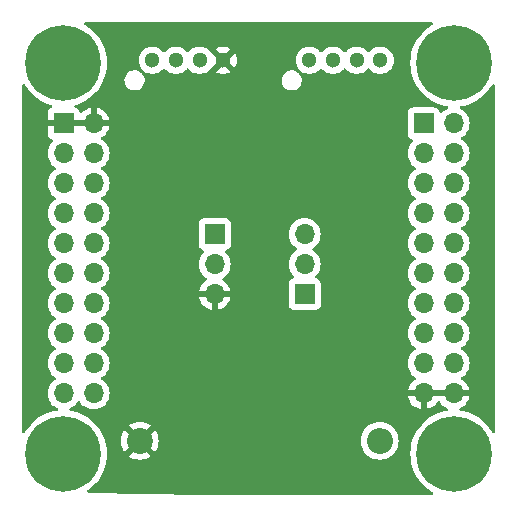
<source format=gbr>
%TF.GenerationSoftware,KiCad,Pcbnew,7.0.9*%
%TF.CreationDate,2023-12-29T11:45:24+09:00*%
%TF.ProjectId,CAT4238_Unit,43415434-3233-4385-9f55-6e69742e6b69,rev?*%
%TF.SameCoordinates,Original*%
%TF.FileFunction,Copper,L3,Inr*%
%TF.FilePolarity,Positive*%
%FSLAX46Y46*%
G04 Gerber Fmt 4.6, Leading zero omitted, Abs format (unit mm)*
G04 Created by KiCad (PCBNEW 7.0.9) date 2023-12-29 11:45:24*
%MOMM*%
%LPD*%
G01*
G04 APERTURE LIST*
%TA.AperFunction,ComponentPad*%
%ADD10R,1.700000X1.700000*%
%TD*%
%TA.AperFunction,ComponentPad*%
%ADD11O,1.700000X1.700000*%
%TD*%
%TA.AperFunction,ComponentPad*%
%ADD12C,0.800000*%
%TD*%
%TA.AperFunction,ComponentPad*%
%ADD13C,6.400000*%
%TD*%
%TA.AperFunction,ComponentPad*%
%ADD14C,2.200000*%
%TD*%
%TA.AperFunction,ComponentPad*%
%ADD15O,2.200000X2.200000*%
%TD*%
%TA.AperFunction,ComponentPad*%
%ADD16C,1.300000*%
%TD*%
G04 APERTURE END LIST*
D10*
%TO.N,+5V*%
%TO.C,J5*%
X135890000Y-81240000D03*
D11*
X138430000Y-81240000D03*
%TO.N,/EN*%
X135890000Y-83780000D03*
%TO.N,/IO34*%
X138430000Y-83780000D03*
%TO.N,/IO32*%
X135890000Y-86320000D03*
%TO.N,/IO35*%
X138430000Y-86320000D03*
%TO.N,/IO25*%
X135890000Y-88860000D03*
%TO.N,/IO33*%
X138430000Y-88860000D03*
%TO.N,/IO27*%
X135890000Y-91400000D03*
%TO.N,/IO26*%
X138430000Y-91400000D03*
%TO.N,/IO12*%
X135890000Y-93940000D03*
%TO.N,/IO14*%
X138430000Y-93940000D03*
%TO.N,unconnected-(J5-Pin_13-Pad13)*%
X135890000Y-96480000D03*
%TO.N,unconnected-(J5-Pin_14-Pad14)*%
X138430000Y-96480000D03*
%TO.N,unconnected-(J5-Pin_15-Pad15)*%
X135890000Y-99020000D03*
%TO.N,unconnected-(J5-Pin_16-Pad16)*%
X138430000Y-99020000D03*
%TO.N,GND*%
X135890000Y-101560000D03*
X138430000Y-101560000D03*
%TO.N,+3V3*%
X135890000Y-104100000D03*
X138430000Y-104100000D03*
%TD*%
D12*
%TO.N,N/C*%
%TO.C,H2*%
X133450000Y-109220000D03*
X134152944Y-107522944D03*
X134152944Y-110917056D03*
X135850000Y-106820000D03*
D13*
X135850000Y-109220000D03*
D12*
X135850000Y-111620000D03*
X137547056Y-107522944D03*
X137547056Y-110917056D03*
X138250000Y-109220000D03*
%TD*%
D14*
%TO.N,+5V*%
%TO.C,L1*%
X142340000Y-108100000D03*
D15*
%TO.N,Net-(IC1-SW)*%
X162660000Y-108100000D03*
%TD*%
D12*
%TO.N,N/C*%
%TO.C,H1*%
X133450000Y-76120000D03*
X134152944Y-74422944D03*
X134152944Y-77817056D03*
X135850000Y-73720000D03*
D13*
X135850000Y-76120000D03*
D12*
X135850000Y-78520000D03*
X137547056Y-74422944D03*
X137547056Y-77817056D03*
X138250000Y-76120000D03*
%TD*%
D10*
%TO.N,+3V3*%
%TO.C,J6*%
X166370000Y-81240000D03*
D11*
X168910000Y-81240000D03*
%TO.N,GND*%
X166370000Y-83780000D03*
X168910000Y-83780000D03*
%TO.N,/TXD0*%
X166370000Y-86320000D03*
%TO.N,/IO22*%
X168910000Y-86320000D03*
%TO.N,/IO21*%
X166370000Y-88860000D03*
%TO.N,/RXD0*%
X168910000Y-88860000D03*
%TO.N,/IO18*%
X166370000Y-91400000D03*
%TO.N,/IO19*%
X168910000Y-91400000D03*
%TO.N,/IO17*%
X166370000Y-93940000D03*
%TO.N,/IO5*%
X168910000Y-93940000D03*
%TO.N,/IO4*%
X166370000Y-96480000D03*
%TO.N,/IO16*%
X168910000Y-96480000D03*
%TO.N,/IO2*%
X166370000Y-99020000D03*
%TO.N,/IO0*%
X168910000Y-99020000D03*
%TO.N,/IO15*%
X166370000Y-101560000D03*
%TO.N,/IO13*%
X168910000Y-101560000D03*
%TO.N,+5V*%
X166370000Y-104100000D03*
X168910000Y-104100000D03*
%TD*%
D16*
%TO.N,GND*%
%TO.C,J2*%
X143400000Y-75900000D03*
%TO.N,/IO21*%
X145400000Y-75900000D03*
%TO.N,/IO32*%
X147400000Y-75900000D03*
%TO.N,+5V*%
X149400000Y-75900000D03*
%TD*%
D12*
%TO.N,N/C*%
%TO.C,H3*%
X166550000Y-76120000D03*
X167252944Y-74422944D03*
X167252944Y-77817056D03*
X168950000Y-73720000D03*
D13*
X168950000Y-76120000D03*
D12*
X168950000Y-78520000D03*
X170647056Y-74422944D03*
X170647056Y-77817056D03*
X171350000Y-76120000D03*
%TD*%
D10*
%TO.N,/SHDN*%
%TO.C,J3*%
X148680000Y-90620000D03*
D11*
%TO.N,unconnected-(J3-Pin_2-Pad2)*%
X148680000Y-93160000D03*
%TO.N,+5V*%
X148680000Y-95700000D03*
%TD*%
D16*
%TO.N,GND*%
%TO.C,J1*%
X156700000Y-75900000D03*
%TO.N,/IO21*%
X158700000Y-75900000D03*
%TO.N,/LED_-*%
X160700000Y-75900000D03*
%TO.N,/LED_+*%
X162700000Y-75900000D03*
%TD*%
D12*
%TO.N,N/C*%
%TO.C,H4*%
X166550000Y-109220000D03*
X167252944Y-107522944D03*
X167252944Y-110917056D03*
X168950000Y-106820000D03*
D13*
X168950000Y-109220000D03*
D12*
X168950000Y-111620000D03*
X170647056Y-107522944D03*
X170647056Y-110917056D03*
X171350000Y-109220000D03*
%TD*%
D10*
%TO.N,Net-(IC1-SW)*%
%TO.C,J4*%
X156300000Y-95700000D03*
D11*
%TO.N,GND*%
X156300000Y-93160000D03*
%TO.N,/LED_-*%
X156300000Y-90620000D03*
%TD*%
%TA.AperFunction,Conductor*%
%TO.N,+5V*%
G36*
X167119515Y-72690185D02*
G01*
X167165270Y-72742989D01*
X167175214Y-72812147D01*
X167146189Y-72875703D01*
X167108770Y-72904985D01*
X167097211Y-72910874D01*
X167097208Y-72910875D01*
X166771917Y-73122122D01*
X166470488Y-73366215D01*
X166470480Y-73366222D01*
X166196222Y-73640480D01*
X166196215Y-73640488D01*
X165952122Y-73941917D01*
X165740877Y-74267206D01*
X165564787Y-74612802D01*
X165425788Y-74974905D01*
X165325397Y-75349570D01*
X165325397Y-75349572D01*
X165264722Y-75732660D01*
X165244422Y-76119999D01*
X165244422Y-76120000D01*
X165264722Y-76507339D01*
X165314806Y-76823556D01*
X165325398Y-76890433D01*
X165408150Y-77199270D01*
X165425788Y-77265094D01*
X165564787Y-77627197D01*
X165740877Y-77972793D01*
X165952122Y-78298082D01*
X166043345Y-78410733D01*
X166196219Y-78599516D01*
X166470484Y-78873781D01*
X166470488Y-78873784D01*
X166771917Y-79117877D01*
X167097206Y-79329122D01*
X167097211Y-79329125D01*
X167442806Y-79505214D01*
X167804913Y-79644214D01*
X168179567Y-79744602D01*
X168332676Y-79768851D01*
X168395809Y-79798780D01*
X168432741Y-79858091D01*
X168431743Y-79927954D01*
X168393134Y-79986186D01*
X168365683Y-80003706D01*
X168232168Y-80065966D01*
X168038600Y-80201503D01*
X167916673Y-80323430D01*
X167855350Y-80356914D01*
X167785658Y-80351930D01*
X167729725Y-80310058D01*
X167712810Y-80279081D01*
X167663797Y-80147671D01*
X167663793Y-80147664D01*
X167577547Y-80032455D01*
X167577544Y-80032452D01*
X167462335Y-79946206D01*
X167462328Y-79946202D01*
X167327482Y-79895908D01*
X167327483Y-79895908D01*
X167267883Y-79889501D01*
X167267881Y-79889500D01*
X167267873Y-79889500D01*
X167267864Y-79889500D01*
X165472129Y-79889500D01*
X165472123Y-79889501D01*
X165412516Y-79895908D01*
X165277671Y-79946202D01*
X165277664Y-79946206D01*
X165162455Y-80032452D01*
X165162452Y-80032455D01*
X165076206Y-80147664D01*
X165076202Y-80147671D01*
X165025908Y-80282517D01*
X165019501Y-80342116D01*
X165019500Y-80342135D01*
X165019500Y-82137870D01*
X165019501Y-82137876D01*
X165025908Y-82197483D01*
X165076202Y-82332328D01*
X165076206Y-82332335D01*
X165162452Y-82447544D01*
X165162455Y-82447547D01*
X165277664Y-82533793D01*
X165277671Y-82533797D01*
X165409081Y-82582810D01*
X165465015Y-82624681D01*
X165489432Y-82690145D01*
X165474580Y-82758418D01*
X165453430Y-82786673D01*
X165331503Y-82908600D01*
X165195965Y-83102169D01*
X165195964Y-83102171D01*
X165096098Y-83316335D01*
X165096094Y-83316344D01*
X165034938Y-83544586D01*
X165034936Y-83544596D01*
X165014341Y-83779999D01*
X165014341Y-83780000D01*
X165034936Y-84015403D01*
X165034938Y-84015413D01*
X165096094Y-84243655D01*
X165096096Y-84243659D01*
X165096097Y-84243663D01*
X165100000Y-84252032D01*
X165195965Y-84457830D01*
X165195967Y-84457834D01*
X165304281Y-84612521D01*
X165331501Y-84651396D01*
X165331506Y-84651402D01*
X165498597Y-84818493D01*
X165498603Y-84818498D01*
X165684158Y-84948425D01*
X165727783Y-85003002D01*
X165734977Y-85072500D01*
X165703454Y-85134855D01*
X165684158Y-85151575D01*
X165498597Y-85281505D01*
X165331505Y-85448597D01*
X165195965Y-85642169D01*
X165195964Y-85642171D01*
X165096098Y-85856335D01*
X165096094Y-85856344D01*
X165034938Y-86084586D01*
X165034936Y-86084596D01*
X165014341Y-86319999D01*
X165014341Y-86320000D01*
X165034936Y-86555403D01*
X165034938Y-86555413D01*
X165096094Y-86783655D01*
X165096096Y-86783659D01*
X165096097Y-86783663D01*
X165100000Y-86792032D01*
X165195965Y-86997830D01*
X165195967Y-86997834D01*
X165304281Y-87152521D01*
X165331501Y-87191396D01*
X165331506Y-87191402D01*
X165498597Y-87358493D01*
X165498603Y-87358498D01*
X165684158Y-87488425D01*
X165727783Y-87543002D01*
X165734977Y-87612500D01*
X165703454Y-87674855D01*
X165684158Y-87691575D01*
X165498597Y-87821505D01*
X165331505Y-87988597D01*
X165195965Y-88182169D01*
X165195964Y-88182171D01*
X165096098Y-88396335D01*
X165096094Y-88396344D01*
X165034938Y-88624586D01*
X165034936Y-88624596D01*
X165014341Y-88859999D01*
X165014341Y-88860000D01*
X165034936Y-89095403D01*
X165034938Y-89095413D01*
X165096094Y-89323655D01*
X165096096Y-89323659D01*
X165096097Y-89323663D01*
X165176004Y-89495023D01*
X165195965Y-89537830D01*
X165195967Y-89537834D01*
X165226547Y-89581506D01*
X165331501Y-89731396D01*
X165331506Y-89731402D01*
X165498597Y-89898493D01*
X165498603Y-89898498D01*
X165684158Y-90028425D01*
X165727783Y-90083002D01*
X165734977Y-90152500D01*
X165703454Y-90214855D01*
X165684158Y-90231575D01*
X165498597Y-90361505D01*
X165331505Y-90528597D01*
X165195965Y-90722169D01*
X165195964Y-90722171D01*
X165096098Y-90936335D01*
X165096094Y-90936344D01*
X165034938Y-91164586D01*
X165034936Y-91164596D01*
X165014341Y-91399999D01*
X165014341Y-91400000D01*
X165034936Y-91635403D01*
X165034938Y-91635413D01*
X165096094Y-91863655D01*
X165096096Y-91863659D01*
X165096097Y-91863663D01*
X165145916Y-91970499D01*
X165195965Y-92077830D01*
X165195967Y-92077834D01*
X165258174Y-92166674D01*
X165331501Y-92271396D01*
X165331506Y-92271402D01*
X165498597Y-92438493D01*
X165498603Y-92438498D01*
X165684158Y-92568425D01*
X165727783Y-92623002D01*
X165734977Y-92692500D01*
X165703454Y-92754855D01*
X165684158Y-92771575D01*
X165498597Y-92901505D01*
X165331505Y-93068597D01*
X165195965Y-93262169D01*
X165195964Y-93262171D01*
X165096098Y-93476335D01*
X165096094Y-93476344D01*
X165034938Y-93704586D01*
X165034936Y-93704596D01*
X165014341Y-93939999D01*
X165014341Y-93940000D01*
X165034936Y-94175403D01*
X165034938Y-94175413D01*
X165096094Y-94403655D01*
X165096096Y-94403659D01*
X165096097Y-94403663D01*
X165130436Y-94477302D01*
X165195965Y-94617830D01*
X165195967Y-94617834D01*
X165283271Y-94742516D01*
X165331501Y-94811396D01*
X165331506Y-94811402D01*
X165498597Y-94978493D01*
X165498603Y-94978498D01*
X165684158Y-95108425D01*
X165727783Y-95163002D01*
X165734977Y-95232500D01*
X165703454Y-95294855D01*
X165684158Y-95311575D01*
X165498597Y-95441505D01*
X165331505Y-95608597D01*
X165195965Y-95802169D01*
X165195964Y-95802171D01*
X165096098Y-96016335D01*
X165096094Y-96016344D01*
X165034938Y-96244586D01*
X165034936Y-96244596D01*
X165014341Y-96479999D01*
X165014341Y-96480000D01*
X165034936Y-96715403D01*
X165034938Y-96715413D01*
X165096094Y-96943655D01*
X165096096Y-96943659D01*
X165096097Y-96943663D01*
X165145915Y-97050498D01*
X165195965Y-97157830D01*
X165195967Y-97157834D01*
X165304281Y-97312521D01*
X165331501Y-97351396D01*
X165331506Y-97351402D01*
X165498597Y-97518493D01*
X165498603Y-97518498D01*
X165684158Y-97648425D01*
X165727783Y-97703002D01*
X165734977Y-97772500D01*
X165703454Y-97834855D01*
X165684158Y-97851575D01*
X165498597Y-97981505D01*
X165331505Y-98148597D01*
X165195965Y-98342169D01*
X165195964Y-98342171D01*
X165096098Y-98556335D01*
X165096094Y-98556344D01*
X165034938Y-98784586D01*
X165034936Y-98784596D01*
X165014341Y-99019999D01*
X165014341Y-99020000D01*
X165034936Y-99255403D01*
X165034938Y-99255413D01*
X165096094Y-99483655D01*
X165096096Y-99483659D01*
X165096097Y-99483663D01*
X165100000Y-99492032D01*
X165195965Y-99697830D01*
X165195967Y-99697834D01*
X165304281Y-99852521D01*
X165331501Y-99891396D01*
X165331506Y-99891402D01*
X165498597Y-100058493D01*
X165498603Y-100058498D01*
X165684158Y-100188425D01*
X165727783Y-100243002D01*
X165734977Y-100312500D01*
X165703454Y-100374855D01*
X165684158Y-100391575D01*
X165498597Y-100521505D01*
X165331505Y-100688597D01*
X165195965Y-100882169D01*
X165195964Y-100882171D01*
X165096098Y-101096335D01*
X165096094Y-101096344D01*
X165034938Y-101324586D01*
X165034936Y-101324596D01*
X165014341Y-101559999D01*
X165014341Y-101560000D01*
X165034936Y-101795403D01*
X165034938Y-101795413D01*
X165096094Y-102023655D01*
X165096096Y-102023659D01*
X165096097Y-102023663D01*
X165100000Y-102032032D01*
X165195965Y-102237830D01*
X165195967Y-102237834D01*
X165304281Y-102392521D01*
X165331501Y-102431396D01*
X165331506Y-102431402D01*
X165498597Y-102598493D01*
X165498603Y-102598498D01*
X165684594Y-102728730D01*
X165728219Y-102783307D01*
X165735413Y-102852805D01*
X165703890Y-102915160D01*
X165684595Y-102931880D01*
X165498922Y-103061890D01*
X165498920Y-103061891D01*
X165331891Y-103228920D01*
X165331886Y-103228926D01*
X165196400Y-103422420D01*
X165196399Y-103422422D01*
X165096570Y-103636507D01*
X165096567Y-103636513D01*
X165039364Y-103849999D01*
X165039364Y-103850000D01*
X165936314Y-103850000D01*
X165910507Y-103890156D01*
X165870000Y-104028111D01*
X165870000Y-104171889D01*
X165910507Y-104309844D01*
X165936314Y-104350000D01*
X165039364Y-104350000D01*
X165096567Y-104563486D01*
X165096570Y-104563492D01*
X165196399Y-104777578D01*
X165331894Y-104971082D01*
X165498917Y-105138105D01*
X165692421Y-105273600D01*
X165906507Y-105373429D01*
X165906516Y-105373433D01*
X166120000Y-105430634D01*
X166120000Y-104535501D01*
X166227685Y-104584680D01*
X166334237Y-104600000D01*
X166405763Y-104600000D01*
X166512315Y-104584680D01*
X166620000Y-104535501D01*
X166620000Y-105430633D01*
X166833483Y-105373433D01*
X166833492Y-105373429D01*
X167047578Y-105273600D01*
X167241082Y-105138105D01*
X167408105Y-104971082D01*
X167538425Y-104784968D01*
X167593002Y-104741344D01*
X167662501Y-104734151D01*
X167724855Y-104765673D01*
X167741575Y-104784968D01*
X167871894Y-104971082D01*
X168038917Y-105138105D01*
X168232421Y-105273600D01*
X168366566Y-105336153D01*
X168419005Y-105382325D01*
X168438157Y-105449519D01*
X168417941Y-105516400D01*
X168364776Y-105561735D01*
X168333559Y-105571008D01*
X168179572Y-105595397D01*
X168179570Y-105595397D01*
X167804905Y-105695788D01*
X167442802Y-105834787D01*
X167097206Y-106010877D01*
X166771917Y-106222122D01*
X166470488Y-106466215D01*
X166470480Y-106466222D01*
X166196222Y-106740480D01*
X166196215Y-106740488D01*
X165952122Y-107041917D01*
X165740877Y-107367206D01*
X165564787Y-107712802D01*
X165425788Y-108074905D01*
X165325397Y-108449570D01*
X165325397Y-108449572D01*
X165264722Y-108832660D01*
X165244422Y-109219999D01*
X165244422Y-109220000D01*
X165264722Y-109607339D01*
X165325397Y-109990427D01*
X165325397Y-109990429D01*
X165425788Y-110365094D01*
X165564787Y-110727197D01*
X165740877Y-111072793D01*
X165952122Y-111398082D01*
X165952124Y-111398084D01*
X166196219Y-111699516D01*
X166470484Y-111973781D01*
X166470488Y-111973784D01*
X166771917Y-112217877D01*
X167097208Y-112429124D01*
X167097211Y-112429125D01*
X167108770Y-112435015D01*
X167159566Y-112482989D01*
X167176362Y-112550809D01*
X167153825Y-112616944D01*
X167099111Y-112660397D01*
X167052476Y-112669500D01*
X147669500Y-112669500D01*
X138005057Y-112503280D01*
X137938366Y-112482445D01*
X137893525Y-112428862D01*
X137884773Y-112359543D01*
X137914886Y-112296496D01*
X137939654Y-112275303D01*
X138028082Y-112217877D01*
X138028084Y-112217876D01*
X138329516Y-111973781D01*
X138603781Y-111699516D01*
X138847876Y-111398084D01*
X139059125Y-111072789D01*
X139235214Y-110727194D01*
X139374214Y-110365087D01*
X139474602Y-109990433D01*
X139535278Y-109607338D01*
X139555578Y-109220000D01*
X139535278Y-108832662D01*
X139474602Y-108449567D01*
X139380936Y-108100000D01*
X140735052Y-108100000D01*
X140754812Y-108351072D01*
X140813603Y-108595956D01*
X140909980Y-108828631D01*
X141041566Y-109043358D01*
X141041577Y-109043374D01*
X141042264Y-109044178D01*
X141042266Y-109044178D01*
X141814070Y-108272375D01*
X141816884Y-108285915D01*
X141886442Y-108420156D01*
X141989638Y-108530652D01*
X142118819Y-108609209D01*
X142170002Y-108623549D01*
X141395819Y-109397732D01*
X141396636Y-109398430D01*
X141396638Y-109398432D01*
X141611368Y-109530019D01*
X141844043Y-109626396D01*
X142088927Y-109685187D01*
X142340000Y-109704947D01*
X142591072Y-109685187D01*
X142835956Y-109626396D01*
X143068631Y-109530019D01*
X143283360Y-109398432D01*
X143283371Y-109398424D01*
X143284179Y-109397732D01*
X142511568Y-108625121D01*
X142628458Y-108574349D01*
X142745739Y-108478934D01*
X142832928Y-108355415D01*
X142863354Y-108269801D01*
X143637732Y-109044179D01*
X143638424Y-109043371D01*
X143638432Y-109043360D01*
X143770019Y-108828631D01*
X143866396Y-108595956D01*
X143925187Y-108351072D01*
X143944947Y-108100000D01*
X161054551Y-108100000D01*
X161074317Y-108351151D01*
X161133126Y-108596110D01*
X161229533Y-108828859D01*
X161361160Y-109043653D01*
X161361161Y-109043656D01*
X161361164Y-109043659D01*
X161524776Y-109235224D01*
X161673066Y-109361875D01*
X161716343Y-109398838D01*
X161716346Y-109398839D01*
X161931140Y-109530466D01*
X162162737Y-109626396D01*
X162163889Y-109626873D01*
X162408852Y-109685683D01*
X162660000Y-109705449D01*
X162911148Y-109685683D01*
X163156111Y-109626873D01*
X163388859Y-109530466D01*
X163603659Y-109398836D01*
X163795224Y-109235224D01*
X163958836Y-109043659D01*
X164090466Y-108828859D01*
X164186873Y-108596111D01*
X164245683Y-108351148D01*
X164265449Y-108100000D01*
X164245683Y-107848852D01*
X164186873Y-107603889D01*
X164109125Y-107416188D01*
X164090466Y-107371140D01*
X163958839Y-107156346D01*
X163958838Y-107156343D01*
X163921875Y-107113066D01*
X163795224Y-106964776D01*
X163668571Y-106856604D01*
X163603656Y-106801161D01*
X163603653Y-106801160D01*
X163388859Y-106669533D01*
X163156110Y-106573126D01*
X162911151Y-106514317D01*
X162660000Y-106494551D01*
X162408848Y-106514317D01*
X162163889Y-106573126D01*
X161931140Y-106669533D01*
X161716346Y-106801160D01*
X161716343Y-106801161D01*
X161524776Y-106964776D01*
X161361161Y-107156343D01*
X161361160Y-107156346D01*
X161229533Y-107371140D01*
X161133126Y-107603889D01*
X161074317Y-107848848D01*
X161054551Y-108100000D01*
X143944947Y-108100000D01*
X143925187Y-107848927D01*
X143866396Y-107604043D01*
X143770019Y-107371368D01*
X143638432Y-107156638D01*
X143638430Y-107156636D01*
X143637732Y-107155819D01*
X142865929Y-107927622D01*
X142863116Y-107914085D01*
X142793558Y-107779844D01*
X142690362Y-107669348D01*
X142561181Y-107590791D01*
X142509996Y-107576449D01*
X143284178Y-106802266D01*
X143284178Y-106802264D01*
X143283374Y-106801577D01*
X143283358Y-106801566D01*
X143068631Y-106669980D01*
X142835956Y-106573603D01*
X142591072Y-106514812D01*
X142340000Y-106495052D01*
X142088927Y-106514812D01*
X141844043Y-106573603D01*
X141611368Y-106669980D01*
X141396637Y-106801568D01*
X141395820Y-106802266D01*
X142168432Y-107574878D01*
X142051542Y-107625651D01*
X141934261Y-107721066D01*
X141847072Y-107844585D01*
X141816644Y-107930198D01*
X141042266Y-107155820D01*
X141041568Y-107156637D01*
X140909980Y-107371368D01*
X140813603Y-107604043D01*
X140754812Y-107848927D01*
X140735052Y-108100000D01*
X139380936Y-108100000D01*
X139374214Y-108074913D01*
X139235214Y-107712806D01*
X139059125Y-107367211D01*
X139059122Y-107367207D01*
X139059122Y-107367206D01*
X138847877Y-107041917D01*
X138603784Y-106740488D01*
X138603781Y-106740484D01*
X138329516Y-106466219D01*
X138028084Y-106222124D01*
X138028082Y-106222122D01*
X137702793Y-106010877D01*
X137357197Y-105834787D01*
X136995094Y-105695788D01*
X136995087Y-105695786D01*
X136620433Y-105595398D01*
X136620429Y-105595397D01*
X136620428Y-105595397D01*
X136467324Y-105571148D01*
X136404189Y-105541219D01*
X136367258Y-105481907D01*
X136368256Y-105412045D01*
X136406866Y-105353812D01*
X136434315Y-105336294D01*
X136567830Y-105274035D01*
X136761401Y-105138495D01*
X136928495Y-104971401D01*
X137058425Y-104785842D01*
X137113002Y-104742217D01*
X137182500Y-104735023D01*
X137244855Y-104766546D01*
X137261575Y-104785842D01*
X137391500Y-104971395D01*
X137391505Y-104971401D01*
X137558599Y-105138495D01*
X137655384Y-105206265D01*
X137752165Y-105274032D01*
X137752167Y-105274033D01*
X137752170Y-105274035D01*
X137966337Y-105373903D01*
X138194592Y-105435063D01*
X138382918Y-105451539D01*
X138429999Y-105455659D01*
X138430000Y-105455659D01*
X138430001Y-105455659D01*
X138469234Y-105452226D01*
X138665408Y-105435063D01*
X138893663Y-105373903D01*
X139107830Y-105274035D01*
X139301401Y-105138495D01*
X139468495Y-104971401D01*
X139604035Y-104777830D01*
X139703903Y-104563663D01*
X139765063Y-104335408D01*
X139785659Y-104100000D01*
X139765063Y-103864592D01*
X139703903Y-103636337D01*
X139604035Y-103422171D01*
X139598425Y-103414158D01*
X139468494Y-103228597D01*
X139301402Y-103061506D01*
X139301396Y-103061501D01*
X139115842Y-102931575D01*
X139072217Y-102876998D01*
X139065023Y-102807500D01*
X139096546Y-102745145D01*
X139115842Y-102728425D01*
X139138026Y-102712891D01*
X139301401Y-102598495D01*
X139468495Y-102431401D01*
X139604035Y-102237830D01*
X139703903Y-102023663D01*
X139765063Y-101795408D01*
X139785659Y-101560000D01*
X139765063Y-101324592D01*
X139703903Y-101096337D01*
X139604035Y-100882171D01*
X139598425Y-100874158D01*
X139468494Y-100688597D01*
X139301402Y-100521506D01*
X139301396Y-100521501D01*
X139115842Y-100391575D01*
X139072217Y-100336998D01*
X139065023Y-100267500D01*
X139096546Y-100205145D01*
X139115842Y-100188425D01*
X139138026Y-100172891D01*
X139301401Y-100058495D01*
X139468495Y-99891401D01*
X139604035Y-99697830D01*
X139703903Y-99483663D01*
X139765063Y-99255408D01*
X139785659Y-99020000D01*
X139765063Y-98784592D01*
X139703903Y-98556337D01*
X139604035Y-98342171D01*
X139598425Y-98334158D01*
X139468494Y-98148597D01*
X139301402Y-97981506D01*
X139301396Y-97981501D01*
X139115842Y-97851575D01*
X139072217Y-97796998D01*
X139065023Y-97727500D01*
X139096546Y-97665145D01*
X139115842Y-97648425D01*
X139138026Y-97632891D01*
X139301401Y-97518495D01*
X139468495Y-97351401D01*
X139604035Y-97157830D01*
X139703903Y-96943663D01*
X139765063Y-96715408D01*
X139785659Y-96480000D01*
X139765063Y-96244592D01*
X139703903Y-96016337D01*
X139604035Y-95802171D01*
X139598425Y-95794158D01*
X139468494Y-95608597D01*
X139301402Y-95441506D01*
X139301396Y-95441501D01*
X139115842Y-95311575D01*
X139072217Y-95256998D01*
X139065023Y-95187500D01*
X139096546Y-95125145D01*
X139115842Y-95108425D01*
X139138026Y-95092891D01*
X139301401Y-94978495D01*
X139468495Y-94811401D01*
X139604035Y-94617830D01*
X139703903Y-94403663D01*
X139765063Y-94175408D01*
X139785659Y-93940000D01*
X139765063Y-93704592D01*
X139703903Y-93476337D01*
X139604035Y-93262171D01*
X139598425Y-93254158D01*
X139532495Y-93160000D01*
X147324341Y-93160000D01*
X147344936Y-93395403D01*
X147344938Y-93395413D01*
X147406094Y-93623655D01*
X147406096Y-93623659D01*
X147406097Y-93623663D01*
X147443832Y-93704586D01*
X147505965Y-93837830D01*
X147505967Y-93837834D01*
X147577505Y-93940000D01*
X147641505Y-94031401D01*
X147808599Y-94198495D01*
X147975439Y-94315318D01*
X147994594Y-94328730D01*
X148038219Y-94383307D01*
X148045413Y-94452805D01*
X148013890Y-94515160D01*
X147994595Y-94531880D01*
X147808922Y-94661890D01*
X147808920Y-94661891D01*
X147641891Y-94828920D01*
X147641886Y-94828926D01*
X147506400Y-95022420D01*
X147506399Y-95022422D01*
X147406570Y-95236507D01*
X147406567Y-95236513D01*
X147349364Y-95449999D01*
X147349364Y-95450000D01*
X148246314Y-95450000D01*
X148220507Y-95490156D01*
X148180000Y-95628111D01*
X148180000Y-95771889D01*
X148220507Y-95909844D01*
X148246314Y-95950000D01*
X147349364Y-95950000D01*
X147406567Y-96163486D01*
X147406570Y-96163492D01*
X147506399Y-96377578D01*
X147641894Y-96571082D01*
X147808917Y-96738105D01*
X148002421Y-96873600D01*
X148216507Y-96973429D01*
X148216516Y-96973433D01*
X148430000Y-97030634D01*
X148430000Y-96135501D01*
X148537685Y-96184680D01*
X148644237Y-96200000D01*
X148715763Y-96200000D01*
X148822315Y-96184680D01*
X148930000Y-96135501D01*
X148930000Y-97030633D01*
X149143483Y-96973433D01*
X149143492Y-96973429D01*
X149357578Y-96873600D01*
X149551082Y-96738105D01*
X149718105Y-96571082D01*
X149853600Y-96377578D01*
X149953429Y-96163492D01*
X149953432Y-96163486D01*
X150010636Y-95950000D01*
X149113686Y-95950000D01*
X149139493Y-95909844D01*
X149180000Y-95771889D01*
X149180000Y-95628111D01*
X149139493Y-95490156D01*
X149113686Y-95450000D01*
X150010636Y-95450000D01*
X150010635Y-95449999D01*
X149953432Y-95236513D01*
X149953429Y-95236507D01*
X149853600Y-95022422D01*
X149853599Y-95022420D01*
X149718113Y-94828926D01*
X149718108Y-94828920D01*
X149551078Y-94661890D01*
X149365405Y-94531879D01*
X149321780Y-94477302D01*
X149314588Y-94407804D01*
X149346110Y-94345449D01*
X149365406Y-94328730D01*
X149551401Y-94198495D01*
X149718495Y-94031401D01*
X149854035Y-93837830D01*
X149953903Y-93623663D01*
X150015063Y-93395408D01*
X150035659Y-93160000D01*
X154944341Y-93160000D01*
X154964936Y-93395403D01*
X154964938Y-93395413D01*
X155026094Y-93623655D01*
X155026096Y-93623659D01*
X155026097Y-93623663D01*
X155063832Y-93704586D01*
X155125965Y-93837830D01*
X155125967Y-93837834D01*
X155197505Y-93940000D01*
X155261501Y-94031396D01*
X155261506Y-94031402D01*
X155383430Y-94153326D01*
X155416915Y-94214649D01*
X155411931Y-94284341D01*
X155370059Y-94340274D01*
X155339083Y-94357189D01*
X155207669Y-94406203D01*
X155207664Y-94406206D01*
X155092455Y-94492452D01*
X155092452Y-94492455D01*
X155006206Y-94607664D01*
X155006202Y-94607671D01*
X154955908Y-94742517D01*
X154949501Y-94802116D01*
X154949501Y-94802123D01*
X154949500Y-94802135D01*
X154949500Y-96597870D01*
X154949501Y-96597876D01*
X154955908Y-96657483D01*
X155006202Y-96792328D01*
X155006206Y-96792335D01*
X155092452Y-96907544D01*
X155092455Y-96907547D01*
X155207664Y-96993793D01*
X155207671Y-96993797D01*
X155342517Y-97044091D01*
X155342516Y-97044091D01*
X155349444Y-97044835D01*
X155402127Y-97050500D01*
X157197872Y-97050499D01*
X157257483Y-97044091D01*
X157392331Y-96993796D01*
X157507546Y-96907546D01*
X157593796Y-96792331D01*
X157644091Y-96657483D01*
X157650500Y-96597873D01*
X157650499Y-94802128D01*
X157644091Y-94742517D01*
X157614019Y-94661891D01*
X157593797Y-94607671D01*
X157593793Y-94607664D01*
X157507547Y-94492455D01*
X157507544Y-94492452D01*
X157392335Y-94406206D01*
X157392328Y-94406202D01*
X157260917Y-94357189D01*
X157204983Y-94315318D01*
X157180566Y-94249853D01*
X157195418Y-94181580D01*
X157216563Y-94153332D01*
X157338495Y-94031401D01*
X157474035Y-93837830D01*
X157573903Y-93623663D01*
X157635063Y-93395408D01*
X157655659Y-93160000D01*
X157635063Y-92924592D01*
X157573903Y-92696337D01*
X157474035Y-92482171D01*
X157443452Y-92438493D01*
X157338494Y-92288597D01*
X157171402Y-92121506D01*
X157171396Y-92121501D01*
X156985842Y-91991575D01*
X156942217Y-91936998D01*
X156935023Y-91867500D01*
X156966546Y-91805145D01*
X156985842Y-91788425D01*
X157008026Y-91772891D01*
X157171401Y-91658495D01*
X157338495Y-91491401D01*
X157474035Y-91297830D01*
X157573903Y-91083663D01*
X157635063Y-90855408D01*
X157655659Y-90620000D01*
X157635063Y-90384592D01*
X157573903Y-90156337D01*
X157474035Y-89942171D01*
X157443452Y-89898493D01*
X157338494Y-89748597D01*
X157171402Y-89581506D01*
X157171395Y-89581501D01*
X156977834Y-89445967D01*
X156977830Y-89445965D01*
X156977828Y-89445964D01*
X156763663Y-89346097D01*
X156763659Y-89346096D01*
X156763655Y-89346094D01*
X156535413Y-89284938D01*
X156535403Y-89284936D01*
X156300001Y-89264341D01*
X156299999Y-89264341D01*
X156064596Y-89284936D01*
X156064586Y-89284938D01*
X155836344Y-89346094D01*
X155836335Y-89346098D01*
X155622171Y-89445964D01*
X155622169Y-89445965D01*
X155428597Y-89581505D01*
X155261505Y-89748597D01*
X155125965Y-89942169D01*
X155125964Y-89942171D01*
X155026098Y-90156335D01*
X155026094Y-90156344D01*
X154964938Y-90384586D01*
X154964936Y-90384596D01*
X154944341Y-90619999D01*
X154944341Y-90620000D01*
X154964936Y-90855403D01*
X154964938Y-90855413D01*
X155026094Y-91083655D01*
X155026096Y-91083659D01*
X155026097Y-91083663D01*
X155063832Y-91164586D01*
X155125965Y-91297830D01*
X155125967Y-91297834D01*
X155261501Y-91491395D01*
X155261506Y-91491402D01*
X155428597Y-91658493D01*
X155428603Y-91658498D01*
X155614158Y-91788425D01*
X155657783Y-91843002D01*
X155664977Y-91912500D01*
X155633454Y-91974855D01*
X155614158Y-91991575D01*
X155428597Y-92121505D01*
X155261505Y-92288597D01*
X155125965Y-92482169D01*
X155125964Y-92482171D01*
X155026098Y-92696335D01*
X155026094Y-92696344D01*
X154964938Y-92924586D01*
X154964936Y-92924596D01*
X154944341Y-93159999D01*
X154944341Y-93160000D01*
X150035659Y-93160000D01*
X150015063Y-92924592D01*
X149953903Y-92696337D01*
X149854035Y-92482171D01*
X149823451Y-92438493D01*
X149718496Y-92288600D01*
X149701291Y-92271395D01*
X149596567Y-92166671D01*
X149563084Y-92105351D01*
X149568068Y-92035659D01*
X149609939Y-91979725D01*
X149640915Y-91962810D01*
X149772331Y-91913796D01*
X149887546Y-91827546D01*
X149973796Y-91712331D01*
X150024091Y-91577483D01*
X150030500Y-91517873D01*
X150030499Y-89722128D01*
X150024091Y-89662517D01*
X149977587Y-89537834D01*
X149973797Y-89527671D01*
X149973793Y-89527664D01*
X149887547Y-89412455D01*
X149887544Y-89412452D01*
X149772335Y-89326206D01*
X149772328Y-89326202D01*
X149637482Y-89275908D01*
X149637483Y-89275908D01*
X149577883Y-89269501D01*
X149577881Y-89269500D01*
X149577873Y-89269500D01*
X149577864Y-89269500D01*
X147782129Y-89269500D01*
X147782123Y-89269501D01*
X147722516Y-89275908D01*
X147587671Y-89326202D01*
X147587664Y-89326206D01*
X147472455Y-89412452D01*
X147472452Y-89412455D01*
X147386206Y-89527664D01*
X147386202Y-89527671D01*
X147335908Y-89662517D01*
X147329501Y-89722116D01*
X147329501Y-89722123D01*
X147329500Y-89722135D01*
X147329500Y-91517870D01*
X147329501Y-91517876D01*
X147335908Y-91577483D01*
X147386202Y-91712328D01*
X147386206Y-91712335D01*
X147472452Y-91827544D01*
X147472455Y-91827547D01*
X147587664Y-91913793D01*
X147587671Y-91913797D01*
X147719081Y-91962810D01*
X147775015Y-92004681D01*
X147799432Y-92070145D01*
X147784580Y-92138418D01*
X147763430Y-92166673D01*
X147641503Y-92288600D01*
X147505965Y-92482169D01*
X147505964Y-92482171D01*
X147406098Y-92696335D01*
X147406094Y-92696344D01*
X147344938Y-92924586D01*
X147344936Y-92924596D01*
X147324341Y-93159999D01*
X147324341Y-93160000D01*
X139532495Y-93160000D01*
X139468494Y-93068597D01*
X139301402Y-92901506D01*
X139301396Y-92901501D01*
X139115842Y-92771575D01*
X139072217Y-92716998D01*
X139065023Y-92647500D01*
X139096546Y-92585145D01*
X139115842Y-92568425D01*
X139239028Y-92482169D01*
X139301401Y-92438495D01*
X139468495Y-92271401D01*
X139604035Y-92077830D01*
X139703903Y-91863663D01*
X139765063Y-91635408D01*
X139785659Y-91400000D01*
X139765063Y-91164592D01*
X139703903Y-90936337D01*
X139604035Y-90722171D01*
X139598425Y-90714158D01*
X139468494Y-90528597D01*
X139301402Y-90361506D01*
X139301396Y-90361501D01*
X139115842Y-90231575D01*
X139072217Y-90176998D01*
X139065023Y-90107500D01*
X139096546Y-90045145D01*
X139115842Y-90028425D01*
X139239028Y-89942169D01*
X139301401Y-89898495D01*
X139468495Y-89731401D01*
X139604035Y-89537830D01*
X139703903Y-89323663D01*
X139765063Y-89095408D01*
X139785659Y-88860000D01*
X139765063Y-88624592D01*
X139703903Y-88396337D01*
X139604035Y-88182171D01*
X139598425Y-88174158D01*
X139468494Y-87988597D01*
X139301402Y-87821506D01*
X139301396Y-87821501D01*
X139115842Y-87691575D01*
X139072217Y-87636998D01*
X139065023Y-87567500D01*
X139096546Y-87505145D01*
X139115842Y-87488425D01*
X139138026Y-87472891D01*
X139301401Y-87358495D01*
X139468495Y-87191401D01*
X139604035Y-86997830D01*
X139703903Y-86783663D01*
X139765063Y-86555408D01*
X139785659Y-86320000D01*
X139765063Y-86084592D01*
X139703903Y-85856337D01*
X139604035Y-85642171D01*
X139598425Y-85634158D01*
X139468494Y-85448597D01*
X139301402Y-85281506D01*
X139301396Y-85281501D01*
X139115842Y-85151575D01*
X139072217Y-85096998D01*
X139065023Y-85027500D01*
X139096546Y-84965145D01*
X139115842Y-84948425D01*
X139138026Y-84932891D01*
X139301401Y-84818495D01*
X139468495Y-84651401D01*
X139604035Y-84457830D01*
X139703903Y-84243663D01*
X139765063Y-84015408D01*
X139785659Y-83780000D01*
X139765063Y-83544592D01*
X139703903Y-83316337D01*
X139604035Y-83102171D01*
X139598425Y-83094158D01*
X139468494Y-82908597D01*
X139301402Y-82741506D01*
X139301401Y-82741505D01*
X139115405Y-82611269D01*
X139071781Y-82556692D01*
X139064588Y-82487193D01*
X139096110Y-82424839D01*
X139115405Y-82408119D01*
X139301082Y-82278105D01*
X139468105Y-82111082D01*
X139603600Y-81917578D01*
X139703429Y-81703492D01*
X139703432Y-81703486D01*
X139760636Y-81490000D01*
X138863686Y-81490000D01*
X138889493Y-81449844D01*
X138930000Y-81311889D01*
X138930000Y-81168111D01*
X138889493Y-81030156D01*
X138863686Y-80990000D01*
X139760636Y-80990000D01*
X139760635Y-80989999D01*
X139703432Y-80776513D01*
X139703429Y-80776507D01*
X139603600Y-80562422D01*
X139603599Y-80562420D01*
X139468113Y-80368926D01*
X139468108Y-80368920D01*
X139301082Y-80201894D01*
X139107578Y-80066399D01*
X138893492Y-79966570D01*
X138893486Y-79966567D01*
X138680000Y-79909364D01*
X138680000Y-80804498D01*
X138572315Y-80755320D01*
X138465763Y-80740000D01*
X138394237Y-80740000D01*
X138287685Y-80755320D01*
X138180000Y-80804498D01*
X138180000Y-79909364D01*
X138179999Y-79909364D01*
X137966513Y-79966567D01*
X137966507Y-79966570D01*
X137752422Y-80066399D01*
X137752420Y-80066400D01*
X137558926Y-80201886D01*
X137436477Y-80324335D01*
X137375154Y-80357819D01*
X137305462Y-80352835D01*
X137249529Y-80310963D01*
X137232614Y-80279986D01*
X137183354Y-80147913D01*
X137183350Y-80147906D01*
X137097190Y-80032812D01*
X137097187Y-80032809D01*
X136982093Y-79946649D01*
X136982086Y-79946645D01*
X136879105Y-79908236D01*
X136823171Y-79866365D01*
X136798754Y-79800901D01*
X136813606Y-79732628D01*
X136863011Y-79683222D01*
X136890341Y-79672280D01*
X136995087Y-79644214D01*
X137357194Y-79505214D01*
X137702789Y-79329125D01*
X138028084Y-79117876D01*
X138329516Y-78873781D01*
X138603781Y-78599516D01*
X138847876Y-78298084D01*
X139059125Y-77972789D01*
X139235214Y-77627194D01*
X139263431Y-77553685D01*
X141045740Y-77553685D01*
X141055755Y-77738406D01*
X141055755Y-77738411D01*
X141105244Y-77916656D01*
X141105247Y-77916662D01*
X141191898Y-78080102D01*
X141254540Y-78153850D01*
X141311663Y-78221100D01*
X141458936Y-78333054D01*
X141626833Y-78410732D01*
X141626834Y-78410732D01*
X141626836Y-78410733D01*
X141681648Y-78422797D01*
X141807503Y-78450500D01*
X141807506Y-78450500D01*
X141946107Y-78450500D01*
X141946113Y-78450500D01*
X142083910Y-78435514D01*
X142259221Y-78376444D01*
X142417736Y-78281070D01*
X142552041Y-78153849D01*
X142655858Y-78000730D01*
X142724331Y-77828875D01*
X142754260Y-77646317D01*
X142749238Y-77553685D01*
X154345740Y-77553685D01*
X154355755Y-77738406D01*
X154355755Y-77738411D01*
X154405244Y-77916656D01*
X154405247Y-77916662D01*
X154491898Y-78080102D01*
X154554540Y-78153850D01*
X154611663Y-78221100D01*
X154758936Y-78333054D01*
X154926833Y-78410732D01*
X154926834Y-78410732D01*
X154926836Y-78410733D01*
X154981648Y-78422797D01*
X155107503Y-78450500D01*
X155107506Y-78450500D01*
X155246107Y-78450500D01*
X155246113Y-78450500D01*
X155383910Y-78435514D01*
X155559221Y-78376444D01*
X155717736Y-78281070D01*
X155852041Y-78153849D01*
X155955858Y-78000730D01*
X156024331Y-77828875D01*
X156054260Y-77646317D01*
X156044245Y-77461593D01*
X155994754Y-77283341D01*
X155908100Y-77119896D01*
X155845460Y-77046151D01*
X155788337Y-76978900D01*
X155729664Y-76934298D01*
X155641064Y-76866946D01*
X155473167Y-76789268D01*
X155473163Y-76789266D01*
X155292497Y-76749500D01*
X155153887Y-76749500D01*
X155153883Y-76749500D01*
X155016088Y-76764486D01*
X154840776Y-76823557D01*
X154840774Y-76823558D01*
X154682262Y-76918931D01*
X154682261Y-76918932D01*
X154547959Y-77046149D01*
X154444138Y-77199276D01*
X154375669Y-77371122D01*
X154345740Y-77553685D01*
X142749238Y-77553685D01*
X142744245Y-77461593D01*
X142694754Y-77283341D01*
X142608100Y-77119896D01*
X142545460Y-77046151D01*
X142488337Y-76978900D01*
X142429664Y-76934298D01*
X142341064Y-76866946D01*
X142173167Y-76789268D01*
X142173163Y-76789266D01*
X141992497Y-76749500D01*
X141853887Y-76749500D01*
X141853883Y-76749500D01*
X141716088Y-76764486D01*
X141540776Y-76823557D01*
X141540774Y-76823558D01*
X141382262Y-76918931D01*
X141382261Y-76918932D01*
X141247959Y-77046149D01*
X141144138Y-77199276D01*
X141075669Y-77371122D01*
X141045740Y-77553685D01*
X139263431Y-77553685D01*
X139374214Y-77265087D01*
X139474602Y-76890433D01*
X139535278Y-76507338D01*
X139555578Y-76120000D01*
X139544048Y-75900000D01*
X142244571Y-75900000D01*
X142264244Y-76112310D01*
X142322544Y-76317211D01*
X142322596Y-76317392D01*
X142322596Y-76317394D01*
X142417632Y-76508253D01*
X142489450Y-76603354D01*
X142546128Y-76678407D01*
X142703698Y-76822052D01*
X142884981Y-76934298D01*
X143083802Y-77011321D01*
X143293390Y-77050500D01*
X143293392Y-77050500D01*
X143506608Y-77050500D01*
X143506610Y-77050500D01*
X143716198Y-77011321D01*
X143915019Y-76934298D01*
X144096302Y-76822052D01*
X144253872Y-76678407D01*
X144301046Y-76615938D01*
X144357155Y-76574303D01*
X144426867Y-76569612D01*
X144488049Y-76603354D01*
X144498953Y-76615938D01*
X144546128Y-76678407D01*
X144703698Y-76822052D01*
X144884981Y-76934298D01*
X145083802Y-77011321D01*
X145293390Y-77050500D01*
X145293392Y-77050500D01*
X145506608Y-77050500D01*
X145506610Y-77050500D01*
X145716198Y-77011321D01*
X145915019Y-76934298D01*
X146096302Y-76822052D01*
X146253872Y-76678407D01*
X146301046Y-76615938D01*
X146357155Y-76574303D01*
X146426867Y-76569612D01*
X146488049Y-76603354D01*
X146498953Y-76615938D01*
X146546128Y-76678407D01*
X146703698Y-76822052D01*
X146884981Y-76934298D01*
X147083802Y-77011321D01*
X147293390Y-77050500D01*
X147293392Y-77050500D01*
X147506608Y-77050500D01*
X147506610Y-77050500D01*
X147716198Y-77011321D01*
X147915019Y-76934298D01*
X148096302Y-76822052D01*
X148253872Y-76678407D01*
X148335934Y-76569739D01*
X148392043Y-76528104D01*
X148422718Y-76523726D01*
X149002046Y-75944399D01*
X149014835Y-76025148D01*
X149072359Y-76138045D01*
X149161955Y-76227641D01*
X149274852Y-76285165D01*
X149355599Y-76297953D01*
X148782991Y-76870560D01*
X148782992Y-76870561D01*
X148885201Y-76933845D01*
X148885210Y-76933850D01*
X149083936Y-77010836D01*
X149083941Y-77010837D01*
X149293439Y-77050000D01*
X149506561Y-77050000D01*
X149716058Y-77010837D01*
X149716063Y-77010836D01*
X149914789Y-76933850D01*
X149914793Y-76933848D01*
X150017007Y-76870560D01*
X149444401Y-76297953D01*
X149525148Y-76285165D01*
X149638045Y-76227641D01*
X149727641Y-76138045D01*
X149785165Y-76025148D01*
X149797953Y-75944400D01*
X150373163Y-76519610D01*
X150381935Y-76507996D01*
X150381938Y-76507991D01*
X150476935Y-76317211D01*
X150476941Y-76317196D01*
X150535261Y-76112219D01*
X150535262Y-76112216D01*
X150554927Y-75900000D01*
X155544571Y-75900000D01*
X155564244Y-76112310D01*
X155622544Y-76317211D01*
X155622596Y-76317392D01*
X155622596Y-76317394D01*
X155717632Y-76508253D01*
X155789450Y-76603354D01*
X155846128Y-76678407D01*
X156003698Y-76822052D01*
X156184981Y-76934298D01*
X156383802Y-77011321D01*
X156593390Y-77050500D01*
X156593392Y-77050500D01*
X156806608Y-77050500D01*
X156806610Y-77050500D01*
X157016198Y-77011321D01*
X157215019Y-76934298D01*
X157396302Y-76822052D01*
X157553872Y-76678407D01*
X157601046Y-76615938D01*
X157657155Y-76574303D01*
X157726867Y-76569612D01*
X157788049Y-76603354D01*
X157798953Y-76615938D01*
X157846128Y-76678407D01*
X158003698Y-76822052D01*
X158184981Y-76934298D01*
X158383802Y-77011321D01*
X158593390Y-77050500D01*
X158593392Y-77050500D01*
X158806608Y-77050500D01*
X158806610Y-77050500D01*
X159016198Y-77011321D01*
X159215019Y-76934298D01*
X159396302Y-76822052D01*
X159553872Y-76678407D01*
X159601046Y-76615938D01*
X159657155Y-76574303D01*
X159726867Y-76569612D01*
X159788049Y-76603354D01*
X159798953Y-76615938D01*
X159846128Y-76678407D01*
X160003698Y-76822052D01*
X160184981Y-76934298D01*
X160383802Y-77011321D01*
X160593390Y-77050500D01*
X160593392Y-77050500D01*
X160806608Y-77050500D01*
X160806610Y-77050500D01*
X161016198Y-77011321D01*
X161215019Y-76934298D01*
X161396302Y-76822052D01*
X161553872Y-76678407D01*
X161601046Y-76615938D01*
X161657155Y-76574303D01*
X161726867Y-76569612D01*
X161788049Y-76603354D01*
X161798953Y-76615938D01*
X161846128Y-76678407D01*
X162003698Y-76822052D01*
X162184981Y-76934298D01*
X162383802Y-77011321D01*
X162593390Y-77050500D01*
X162593392Y-77050500D01*
X162806608Y-77050500D01*
X162806610Y-77050500D01*
X163016198Y-77011321D01*
X163215019Y-76934298D01*
X163396302Y-76822052D01*
X163553872Y-76678407D01*
X163682366Y-76508255D01*
X163777405Y-76317389D01*
X163835756Y-76112310D01*
X163855429Y-75900000D01*
X163835756Y-75687690D01*
X163777405Y-75482611D01*
X163777403Y-75482606D01*
X163777403Y-75482605D01*
X163682367Y-75291746D01*
X163553872Y-75121593D01*
X163396302Y-74977948D01*
X163215019Y-74865702D01*
X163215017Y-74865701D01*
X163017447Y-74789163D01*
X163016198Y-74788679D01*
X162806610Y-74749500D01*
X162593390Y-74749500D01*
X162383802Y-74788679D01*
X162383799Y-74788679D01*
X162383799Y-74788680D01*
X162184982Y-74865701D01*
X162184980Y-74865702D01*
X162003699Y-74977947D01*
X161846126Y-75121594D01*
X161798953Y-75184061D01*
X161742844Y-75225696D01*
X161673132Y-75230387D01*
X161611950Y-75196644D01*
X161601047Y-75184061D01*
X161553873Y-75121594D01*
X161553872Y-75121593D01*
X161396302Y-74977948D01*
X161215019Y-74865702D01*
X161215017Y-74865701D01*
X161017447Y-74789163D01*
X161016198Y-74788679D01*
X160806610Y-74749500D01*
X160593390Y-74749500D01*
X160383802Y-74788679D01*
X160383799Y-74788679D01*
X160383799Y-74788680D01*
X160184982Y-74865701D01*
X160184980Y-74865702D01*
X160003699Y-74977947D01*
X159846126Y-75121594D01*
X159798953Y-75184061D01*
X159742844Y-75225696D01*
X159673132Y-75230387D01*
X159611950Y-75196644D01*
X159601047Y-75184061D01*
X159553873Y-75121594D01*
X159553872Y-75121593D01*
X159396302Y-74977948D01*
X159215019Y-74865702D01*
X159215017Y-74865701D01*
X159017447Y-74789163D01*
X159016198Y-74788679D01*
X158806610Y-74749500D01*
X158593390Y-74749500D01*
X158383802Y-74788679D01*
X158383799Y-74788679D01*
X158383799Y-74788680D01*
X158184982Y-74865701D01*
X158184980Y-74865702D01*
X158003699Y-74977947D01*
X157846126Y-75121594D01*
X157798953Y-75184061D01*
X157742844Y-75225696D01*
X157673132Y-75230387D01*
X157611950Y-75196644D01*
X157601047Y-75184061D01*
X157553873Y-75121594D01*
X157553872Y-75121593D01*
X157396302Y-74977948D01*
X157215019Y-74865702D01*
X157215017Y-74865701D01*
X157017447Y-74789163D01*
X157016198Y-74788679D01*
X156806610Y-74749500D01*
X156593390Y-74749500D01*
X156383802Y-74788679D01*
X156383799Y-74788679D01*
X156383799Y-74788680D01*
X156184982Y-74865701D01*
X156184980Y-74865702D01*
X156003699Y-74977947D01*
X155846127Y-75121593D01*
X155717632Y-75291746D01*
X155622596Y-75482605D01*
X155622596Y-75482607D01*
X155622595Y-75482611D01*
X155564244Y-75687690D01*
X155544571Y-75900000D01*
X150554927Y-75900000D01*
X150554927Y-75899999D01*
X150535262Y-75687783D01*
X150535261Y-75687780D01*
X150476941Y-75482803D01*
X150476933Y-75482783D01*
X150381940Y-75292010D01*
X150373163Y-75280388D01*
X149797953Y-75855598D01*
X149785165Y-75774852D01*
X149727641Y-75661955D01*
X149638045Y-75572359D01*
X149525148Y-75514835D01*
X149444400Y-75502046D01*
X150017007Y-74929438D01*
X149914789Y-74866149D01*
X149716063Y-74789163D01*
X149716058Y-74789162D01*
X149506561Y-74750000D01*
X149293439Y-74750000D01*
X149083941Y-74789162D01*
X149083940Y-74789162D01*
X148885208Y-74866151D01*
X148885205Y-74866152D01*
X148782991Y-74929438D01*
X149355600Y-75502046D01*
X149274852Y-75514835D01*
X149161955Y-75572359D01*
X149072359Y-75661955D01*
X149014835Y-75774852D01*
X149002046Y-75855599D01*
X148420667Y-75274221D01*
X148375234Y-75264239D01*
X148335933Y-75230258D01*
X148253872Y-75121593D01*
X148096302Y-74977948D01*
X147915019Y-74865702D01*
X147915017Y-74865701D01*
X147717447Y-74789163D01*
X147716198Y-74788679D01*
X147506610Y-74749500D01*
X147293390Y-74749500D01*
X147083802Y-74788679D01*
X147083799Y-74788679D01*
X147083799Y-74788680D01*
X146884982Y-74865701D01*
X146884980Y-74865702D01*
X146703699Y-74977947D01*
X146546126Y-75121594D01*
X146498953Y-75184061D01*
X146442844Y-75225696D01*
X146373132Y-75230387D01*
X146311950Y-75196644D01*
X146301047Y-75184061D01*
X146253873Y-75121594D01*
X146253872Y-75121593D01*
X146096302Y-74977948D01*
X145915019Y-74865702D01*
X145915017Y-74865701D01*
X145717447Y-74789163D01*
X145716198Y-74788679D01*
X145506610Y-74749500D01*
X145293390Y-74749500D01*
X145083802Y-74788679D01*
X145083799Y-74788679D01*
X145083799Y-74788680D01*
X144884982Y-74865701D01*
X144884980Y-74865702D01*
X144703699Y-74977947D01*
X144546126Y-75121594D01*
X144498953Y-75184061D01*
X144442844Y-75225696D01*
X144373132Y-75230387D01*
X144311950Y-75196644D01*
X144301047Y-75184061D01*
X144253873Y-75121594D01*
X144253872Y-75121593D01*
X144096302Y-74977948D01*
X143915019Y-74865702D01*
X143915017Y-74865701D01*
X143717447Y-74789163D01*
X143716198Y-74788679D01*
X143506610Y-74749500D01*
X143293390Y-74749500D01*
X143083802Y-74788679D01*
X143083799Y-74788679D01*
X143083799Y-74788680D01*
X142884982Y-74865701D01*
X142884980Y-74865702D01*
X142703699Y-74977947D01*
X142546127Y-75121593D01*
X142417632Y-75291746D01*
X142322596Y-75482605D01*
X142322596Y-75482607D01*
X142322595Y-75482611D01*
X142264244Y-75687690D01*
X142244571Y-75900000D01*
X139544048Y-75900000D01*
X139535278Y-75732662D01*
X139474602Y-75349567D01*
X139374214Y-74974913D01*
X139235214Y-74612806D01*
X139059125Y-74267211D01*
X138847876Y-73941916D01*
X138603781Y-73640484D01*
X138329516Y-73366219D01*
X138028084Y-73122124D01*
X138028082Y-73122122D01*
X137702791Y-72910875D01*
X137702788Y-72910874D01*
X137691230Y-72904985D01*
X137640434Y-72857011D01*
X137623638Y-72789191D01*
X137646175Y-72723056D01*
X137700889Y-72679603D01*
X137747524Y-72670500D01*
X167052476Y-72670500D01*
X167119515Y-72690185D01*
G37*
%TD.AperFunction*%
%TA.AperFunction,Conductor*%
G36*
X132605703Y-77923811D02*
G01*
X132634985Y-77961230D01*
X132640874Y-77972788D01*
X132640875Y-77972791D01*
X132852122Y-78298082D01*
X132943345Y-78410733D01*
X133096219Y-78599516D01*
X133370484Y-78873781D01*
X133370488Y-78873784D01*
X133671917Y-79117877D01*
X133997206Y-79329122D01*
X133997211Y-79329125D01*
X134342806Y-79505214D01*
X134704913Y-79644214D01*
X134856210Y-79684753D01*
X134915870Y-79721118D01*
X134946399Y-79783965D01*
X134938104Y-79853340D01*
X134893619Y-79907218D01*
X134867450Y-79920710D01*
X134797911Y-79946646D01*
X134797906Y-79946649D01*
X134682812Y-80032809D01*
X134682809Y-80032812D01*
X134596649Y-80147906D01*
X134596645Y-80147913D01*
X134546403Y-80282620D01*
X134546401Y-80282627D01*
X134540000Y-80342155D01*
X134540000Y-80990000D01*
X135456314Y-80990000D01*
X135430507Y-81030156D01*
X135390000Y-81168111D01*
X135390000Y-81311889D01*
X135430507Y-81449844D01*
X135456314Y-81490000D01*
X134540000Y-81490000D01*
X134540000Y-82137844D01*
X134546401Y-82197372D01*
X134546403Y-82197379D01*
X134596645Y-82332086D01*
X134596649Y-82332093D01*
X134682809Y-82447187D01*
X134682812Y-82447190D01*
X134797906Y-82533350D01*
X134797913Y-82533354D01*
X134929470Y-82582421D01*
X134985403Y-82624292D01*
X135009821Y-82689756D01*
X134994970Y-82758029D01*
X134973819Y-82786284D01*
X134851503Y-82908600D01*
X134715965Y-83102169D01*
X134715964Y-83102171D01*
X134616098Y-83316335D01*
X134616094Y-83316344D01*
X134554938Y-83544586D01*
X134554936Y-83544596D01*
X134534341Y-83779999D01*
X134534341Y-83780000D01*
X134554936Y-84015403D01*
X134554938Y-84015413D01*
X134616094Y-84243655D01*
X134616096Y-84243659D01*
X134616097Y-84243663D01*
X134620000Y-84252032D01*
X134715965Y-84457830D01*
X134715967Y-84457834D01*
X134824281Y-84612521D01*
X134851501Y-84651396D01*
X134851506Y-84651402D01*
X135018597Y-84818493D01*
X135018603Y-84818498D01*
X135204158Y-84948425D01*
X135247783Y-85003002D01*
X135254977Y-85072500D01*
X135223454Y-85134855D01*
X135204158Y-85151575D01*
X135018597Y-85281505D01*
X134851505Y-85448597D01*
X134715965Y-85642169D01*
X134715964Y-85642171D01*
X134616098Y-85856335D01*
X134616094Y-85856344D01*
X134554938Y-86084586D01*
X134554936Y-86084596D01*
X134534341Y-86319999D01*
X134534341Y-86320000D01*
X134554936Y-86555403D01*
X134554938Y-86555413D01*
X134616094Y-86783655D01*
X134616096Y-86783659D01*
X134616097Y-86783663D01*
X134620000Y-86792032D01*
X134715965Y-86997830D01*
X134715967Y-86997834D01*
X134824281Y-87152521D01*
X134851501Y-87191396D01*
X134851506Y-87191402D01*
X135018597Y-87358493D01*
X135018603Y-87358498D01*
X135204158Y-87488425D01*
X135247783Y-87543002D01*
X135254977Y-87612500D01*
X135223454Y-87674855D01*
X135204158Y-87691575D01*
X135018597Y-87821505D01*
X134851505Y-87988597D01*
X134715965Y-88182169D01*
X134715964Y-88182171D01*
X134616098Y-88396335D01*
X134616094Y-88396344D01*
X134554938Y-88624586D01*
X134554936Y-88624596D01*
X134534341Y-88859999D01*
X134534341Y-88860000D01*
X134554936Y-89095403D01*
X134554938Y-89095413D01*
X134616094Y-89323655D01*
X134616096Y-89323659D01*
X134616097Y-89323663D01*
X134696004Y-89495023D01*
X134715965Y-89537830D01*
X134715967Y-89537834D01*
X134746547Y-89581506D01*
X134851501Y-89731396D01*
X134851506Y-89731402D01*
X135018597Y-89898493D01*
X135018603Y-89898498D01*
X135204158Y-90028425D01*
X135247783Y-90083002D01*
X135254977Y-90152500D01*
X135223454Y-90214855D01*
X135204158Y-90231575D01*
X135018597Y-90361505D01*
X134851505Y-90528597D01*
X134715965Y-90722169D01*
X134715964Y-90722171D01*
X134616098Y-90936335D01*
X134616094Y-90936344D01*
X134554938Y-91164586D01*
X134554936Y-91164596D01*
X134534341Y-91399999D01*
X134534341Y-91400000D01*
X134554936Y-91635403D01*
X134554938Y-91635413D01*
X134616094Y-91863655D01*
X134616096Y-91863659D01*
X134616097Y-91863663D01*
X134665916Y-91970499D01*
X134715965Y-92077830D01*
X134715967Y-92077834D01*
X134778174Y-92166674D01*
X134851501Y-92271396D01*
X134851506Y-92271402D01*
X135018597Y-92438493D01*
X135018603Y-92438498D01*
X135204158Y-92568425D01*
X135247783Y-92623002D01*
X135254977Y-92692500D01*
X135223454Y-92754855D01*
X135204158Y-92771575D01*
X135018597Y-92901505D01*
X134851505Y-93068597D01*
X134715965Y-93262169D01*
X134715964Y-93262171D01*
X134616098Y-93476335D01*
X134616094Y-93476344D01*
X134554938Y-93704586D01*
X134554936Y-93704596D01*
X134534341Y-93939999D01*
X134534341Y-93940000D01*
X134554936Y-94175403D01*
X134554938Y-94175413D01*
X134616094Y-94403655D01*
X134616096Y-94403659D01*
X134616097Y-94403663D01*
X134650436Y-94477302D01*
X134715965Y-94617830D01*
X134715967Y-94617834D01*
X134803271Y-94742516D01*
X134851501Y-94811396D01*
X134851506Y-94811402D01*
X135018597Y-94978493D01*
X135018603Y-94978498D01*
X135204158Y-95108425D01*
X135247783Y-95163002D01*
X135254977Y-95232500D01*
X135223454Y-95294855D01*
X135204158Y-95311575D01*
X135018597Y-95441505D01*
X134851505Y-95608597D01*
X134715965Y-95802169D01*
X134715964Y-95802171D01*
X134616098Y-96016335D01*
X134616094Y-96016344D01*
X134554938Y-96244586D01*
X134554936Y-96244596D01*
X134534341Y-96479999D01*
X134534341Y-96480000D01*
X134554936Y-96715403D01*
X134554938Y-96715413D01*
X134616094Y-96943655D01*
X134616096Y-96943659D01*
X134616097Y-96943663D01*
X134665915Y-97050498D01*
X134715965Y-97157830D01*
X134715967Y-97157834D01*
X134824281Y-97312521D01*
X134851501Y-97351396D01*
X134851506Y-97351402D01*
X135018597Y-97518493D01*
X135018603Y-97518498D01*
X135204158Y-97648425D01*
X135247783Y-97703002D01*
X135254977Y-97772500D01*
X135223454Y-97834855D01*
X135204158Y-97851575D01*
X135018597Y-97981505D01*
X134851505Y-98148597D01*
X134715965Y-98342169D01*
X134715964Y-98342171D01*
X134616098Y-98556335D01*
X134616094Y-98556344D01*
X134554938Y-98784586D01*
X134554936Y-98784596D01*
X134534341Y-99019999D01*
X134534341Y-99020000D01*
X134554936Y-99255403D01*
X134554938Y-99255413D01*
X134616094Y-99483655D01*
X134616096Y-99483659D01*
X134616097Y-99483663D01*
X134620000Y-99492032D01*
X134715965Y-99697830D01*
X134715967Y-99697834D01*
X134824281Y-99852521D01*
X134851501Y-99891396D01*
X134851506Y-99891402D01*
X135018597Y-100058493D01*
X135018603Y-100058498D01*
X135204158Y-100188425D01*
X135247783Y-100243002D01*
X135254977Y-100312500D01*
X135223454Y-100374855D01*
X135204158Y-100391575D01*
X135018597Y-100521505D01*
X134851505Y-100688597D01*
X134715965Y-100882169D01*
X134715964Y-100882171D01*
X134616098Y-101096335D01*
X134616094Y-101096344D01*
X134554938Y-101324586D01*
X134554936Y-101324596D01*
X134534341Y-101559999D01*
X134534341Y-101560000D01*
X134554936Y-101795403D01*
X134554938Y-101795413D01*
X134616094Y-102023655D01*
X134616096Y-102023659D01*
X134616097Y-102023663D01*
X134620000Y-102032032D01*
X134715965Y-102237830D01*
X134715967Y-102237834D01*
X134824281Y-102392521D01*
X134851501Y-102431396D01*
X134851506Y-102431402D01*
X135018597Y-102598493D01*
X135018603Y-102598498D01*
X135204158Y-102728425D01*
X135247783Y-102783002D01*
X135254977Y-102852500D01*
X135223454Y-102914855D01*
X135204158Y-102931575D01*
X135018597Y-103061505D01*
X134851505Y-103228597D01*
X134715965Y-103422169D01*
X134715964Y-103422171D01*
X134616098Y-103636335D01*
X134616094Y-103636344D01*
X134554938Y-103864586D01*
X134554936Y-103864596D01*
X134534341Y-104099999D01*
X134534341Y-104100000D01*
X134554936Y-104335403D01*
X134554938Y-104335413D01*
X134616094Y-104563655D01*
X134616096Y-104563659D01*
X134616097Y-104563663D01*
X134695597Y-104734151D01*
X134715965Y-104777830D01*
X134715967Y-104777834D01*
X134824281Y-104932521D01*
X134851505Y-104971401D01*
X135018599Y-105138495D01*
X135115384Y-105206265D01*
X135212165Y-105274032D01*
X135212167Y-105274033D01*
X135212170Y-105274035D01*
X135325398Y-105326834D01*
X135377838Y-105373006D01*
X135396990Y-105440200D01*
X135376774Y-105507081D01*
X135323609Y-105552415D01*
X135292392Y-105561689D01*
X135079572Y-105595397D01*
X135079570Y-105595397D01*
X134704905Y-105695788D01*
X134342802Y-105834787D01*
X133997206Y-106010877D01*
X133671917Y-106222122D01*
X133370488Y-106466215D01*
X133370480Y-106466222D01*
X133096222Y-106740480D01*
X133096215Y-106740488D01*
X132852122Y-107041917D01*
X132640876Y-107367207D01*
X132634984Y-107378772D01*
X132587008Y-107429567D01*
X132519187Y-107446361D01*
X132453053Y-107423822D01*
X132409602Y-107369106D01*
X132400500Y-107322475D01*
X132400500Y-78017524D01*
X132420185Y-77950485D01*
X132472989Y-77904730D01*
X132542147Y-77894786D01*
X132605703Y-77923811D01*
G37*
%TD.AperFunction*%
%TA.AperFunction,Conductor*%
G36*
X172346944Y-77916175D02*
G01*
X172390397Y-77970889D01*
X172399500Y-78017524D01*
X172399500Y-107322475D01*
X172379815Y-107389514D01*
X172327011Y-107435269D01*
X172257853Y-107445213D01*
X172194297Y-107416188D01*
X172165016Y-107378772D01*
X172159123Y-107367207D01*
X171947877Y-107041917D01*
X171703784Y-106740488D01*
X171703781Y-106740484D01*
X171429516Y-106466219D01*
X171128084Y-106222124D01*
X171128082Y-106222122D01*
X170802793Y-106010877D01*
X170457197Y-105834787D01*
X170095094Y-105695788D01*
X170095087Y-105695786D01*
X169720433Y-105595398D01*
X169720429Y-105595397D01*
X169720428Y-105595397D01*
X169506723Y-105561549D01*
X169443588Y-105531620D01*
X169406657Y-105472308D01*
X169407655Y-105402445D01*
X169446265Y-105344213D01*
X169473717Y-105326694D01*
X169587575Y-105273601D01*
X169587577Y-105273600D01*
X169781082Y-105138105D01*
X169948105Y-104971082D01*
X170083600Y-104777578D01*
X170183429Y-104563492D01*
X170183432Y-104563486D01*
X170240636Y-104350000D01*
X169343686Y-104350000D01*
X169369493Y-104309844D01*
X169410000Y-104171889D01*
X169410000Y-104028111D01*
X169369493Y-103890156D01*
X169343686Y-103850000D01*
X170240636Y-103850000D01*
X170240635Y-103849999D01*
X170183432Y-103636513D01*
X170183429Y-103636507D01*
X170083600Y-103422422D01*
X170083599Y-103422420D01*
X169948113Y-103228926D01*
X169948108Y-103228920D01*
X169781078Y-103061890D01*
X169595405Y-102931879D01*
X169551780Y-102877302D01*
X169544588Y-102807804D01*
X169576110Y-102745449D01*
X169595406Y-102728730D01*
X169595842Y-102728425D01*
X169781401Y-102598495D01*
X169948495Y-102431401D01*
X170084035Y-102237830D01*
X170183903Y-102023663D01*
X170245063Y-101795408D01*
X170265659Y-101560000D01*
X170245063Y-101324592D01*
X170183903Y-101096337D01*
X170084035Y-100882171D01*
X170078425Y-100874158D01*
X169948494Y-100688597D01*
X169781402Y-100521506D01*
X169781396Y-100521501D01*
X169595842Y-100391575D01*
X169552217Y-100336998D01*
X169545023Y-100267500D01*
X169576546Y-100205145D01*
X169595842Y-100188425D01*
X169618026Y-100172891D01*
X169781401Y-100058495D01*
X169948495Y-99891401D01*
X170084035Y-99697830D01*
X170183903Y-99483663D01*
X170245063Y-99255408D01*
X170265659Y-99020000D01*
X170245063Y-98784592D01*
X170183903Y-98556337D01*
X170084035Y-98342171D01*
X170078425Y-98334158D01*
X169948494Y-98148597D01*
X169781402Y-97981506D01*
X169781396Y-97981501D01*
X169595842Y-97851575D01*
X169552217Y-97796998D01*
X169545023Y-97727500D01*
X169576546Y-97665145D01*
X169595842Y-97648425D01*
X169618026Y-97632891D01*
X169781401Y-97518495D01*
X169948495Y-97351401D01*
X170084035Y-97157830D01*
X170183903Y-96943663D01*
X170245063Y-96715408D01*
X170265659Y-96480000D01*
X170245063Y-96244592D01*
X170183903Y-96016337D01*
X170084035Y-95802171D01*
X170078425Y-95794158D01*
X169948494Y-95608597D01*
X169781402Y-95441506D01*
X169781396Y-95441501D01*
X169595842Y-95311575D01*
X169552217Y-95256998D01*
X169545023Y-95187500D01*
X169576546Y-95125145D01*
X169595842Y-95108425D01*
X169618026Y-95092891D01*
X169781401Y-94978495D01*
X169948495Y-94811401D01*
X170084035Y-94617830D01*
X170183903Y-94403663D01*
X170245063Y-94175408D01*
X170265659Y-93940000D01*
X170245063Y-93704592D01*
X170183903Y-93476337D01*
X170084035Y-93262171D01*
X170078425Y-93254158D01*
X169948494Y-93068597D01*
X169781402Y-92901506D01*
X169781396Y-92901501D01*
X169595842Y-92771575D01*
X169552217Y-92716998D01*
X169545023Y-92647500D01*
X169576546Y-92585145D01*
X169595842Y-92568425D01*
X169719028Y-92482169D01*
X169781401Y-92438495D01*
X169948495Y-92271401D01*
X170084035Y-92077830D01*
X170183903Y-91863663D01*
X170245063Y-91635408D01*
X170265659Y-91400000D01*
X170245063Y-91164592D01*
X170183903Y-90936337D01*
X170084035Y-90722171D01*
X170078425Y-90714158D01*
X169948494Y-90528597D01*
X169781402Y-90361506D01*
X169781396Y-90361501D01*
X169595842Y-90231575D01*
X169552217Y-90176998D01*
X169545023Y-90107500D01*
X169576546Y-90045145D01*
X169595842Y-90028425D01*
X169719028Y-89942169D01*
X169781401Y-89898495D01*
X169948495Y-89731401D01*
X170084035Y-89537830D01*
X170183903Y-89323663D01*
X170245063Y-89095408D01*
X170265659Y-88860000D01*
X170245063Y-88624592D01*
X170183903Y-88396337D01*
X170084035Y-88182171D01*
X170078425Y-88174158D01*
X169948494Y-87988597D01*
X169781402Y-87821506D01*
X169781396Y-87821501D01*
X169595842Y-87691575D01*
X169552217Y-87636998D01*
X169545023Y-87567500D01*
X169576546Y-87505145D01*
X169595842Y-87488425D01*
X169618026Y-87472891D01*
X169781401Y-87358495D01*
X169948495Y-87191401D01*
X170084035Y-86997830D01*
X170183903Y-86783663D01*
X170245063Y-86555408D01*
X170265659Y-86320000D01*
X170245063Y-86084592D01*
X170183903Y-85856337D01*
X170084035Y-85642171D01*
X170078425Y-85634158D01*
X169948494Y-85448597D01*
X169781402Y-85281506D01*
X169781396Y-85281501D01*
X169595842Y-85151575D01*
X169552217Y-85096998D01*
X169545023Y-85027500D01*
X169576546Y-84965145D01*
X169595842Y-84948425D01*
X169618026Y-84932891D01*
X169781401Y-84818495D01*
X169948495Y-84651401D01*
X170084035Y-84457830D01*
X170183903Y-84243663D01*
X170245063Y-84015408D01*
X170265659Y-83780000D01*
X170245063Y-83544592D01*
X170183903Y-83316337D01*
X170084035Y-83102171D01*
X170078425Y-83094158D01*
X169948494Y-82908597D01*
X169781402Y-82741506D01*
X169781396Y-82741501D01*
X169595842Y-82611575D01*
X169552217Y-82556998D01*
X169545023Y-82487500D01*
X169576546Y-82425145D01*
X169595842Y-82408425D01*
X169618026Y-82392891D01*
X169781401Y-82278495D01*
X169948495Y-82111401D01*
X170084035Y-81917830D01*
X170183903Y-81703663D01*
X170245063Y-81475408D01*
X170265659Y-81240000D01*
X170245063Y-81004592D01*
X170183903Y-80776337D01*
X170084035Y-80562171D01*
X169948495Y-80368599D01*
X169948494Y-80368597D01*
X169781402Y-80201506D01*
X169781395Y-80201501D01*
X169587834Y-80065967D01*
X169587830Y-80065965D01*
X169515968Y-80032455D01*
X169474599Y-80013164D01*
X169422161Y-79966993D01*
X169403009Y-79899799D01*
X169423225Y-79832918D01*
X169476390Y-79787583D01*
X169507605Y-79778310D01*
X169720433Y-79744602D01*
X170095087Y-79644214D01*
X170457194Y-79505214D01*
X170802789Y-79329125D01*
X171128084Y-79117876D01*
X171429516Y-78873781D01*
X171703781Y-78599516D01*
X171947876Y-78298084D01*
X172140980Y-78000730D01*
X172159124Y-77972791D01*
X172159125Y-77972789D01*
X172165015Y-77961230D01*
X172212989Y-77910434D01*
X172280809Y-77893638D01*
X172346944Y-77916175D01*
G37*
%TD.AperFunction*%
%TA.AperFunction,Conductor*%
G36*
X168450507Y-103890156D02*
G01*
X168410000Y-104028111D01*
X168410000Y-104171889D01*
X168450507Y-104309844D01*
X168476314Y-104350000D01*
X166803686Y-104350000D01*
X166829493Y-104309844D01*
X166870000Y-104171889D01*
X166870000Y-104028111D01*
X166829493Y-103890156D01*
X166803686Y-103850000D01*
X168476314Y-103850000D01*
X168450507Y-103890156D01*
G37*
%TD.AperFunction*%
%TA.AperFunction,Conductor*%
G36*
X137970507Y-81030156D02*
G01*
X137930000Y-81168111D01*
X137930000Y-81311889D01*
X137970507Y-81449844D01*
X137996314Y-81490000D01*
X136323686Y-81490000D01*
X136349493Y-81449844D01*
X136390000Y-81311889D01*
X136390000Y-81168111D01*
X136349493Y-81030156D01*
X136323686Y-80990000D01*
X137996314Y-80990000D01*
X137970507Y-81030156D01*
G37*
%TD.AperFunction*%
%TD*%
M02*

</source>
